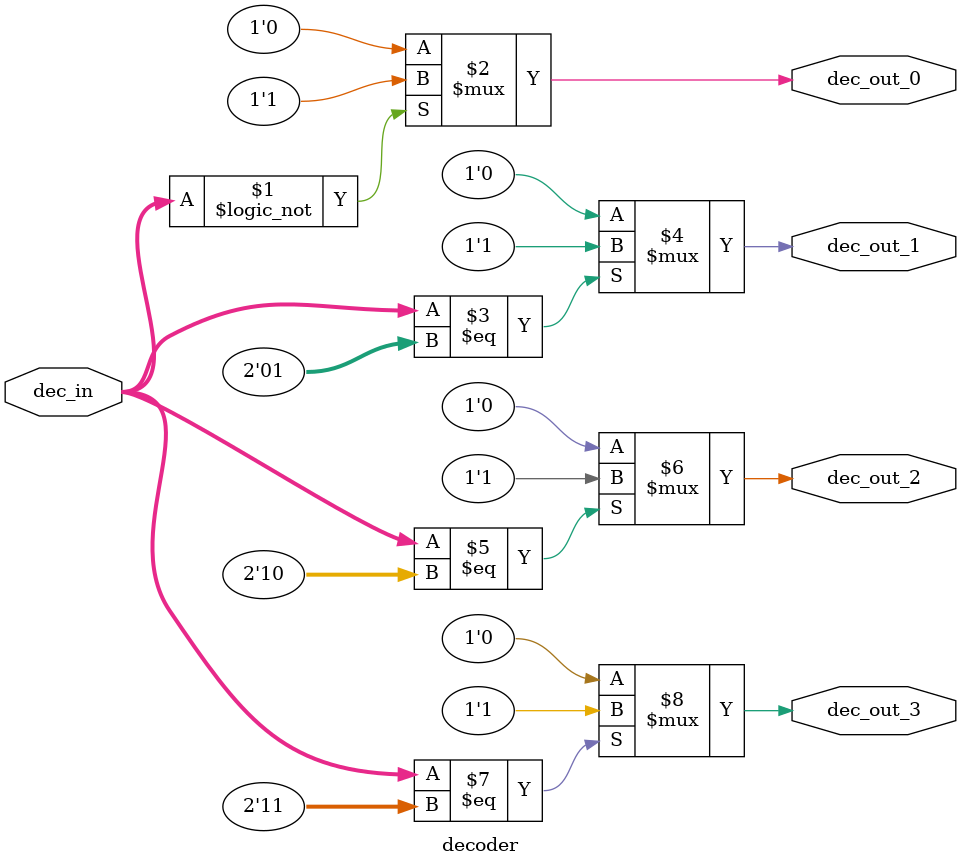
<source format=v>
module decoder(
    input [1:0] dec_in,

    output dec_out_0,
    output dec_out_1,
    output dec_out_2,
    output dec_out_3

);

assign dec_out_0 = (dec_in == 2'h0)? 1'b1 : 1'b0;
assign dec_out_1 = (dec_in == 2'h1)? 1'b1 : 1'b0;
assign dec_out_2 = (dec_in == 2'h2)? 1'b1 : 1'b0;
assign dec_out_3 = (dec_in == 2'h3)? 1'b1 : 1'b0;

endmodule 
</source>
